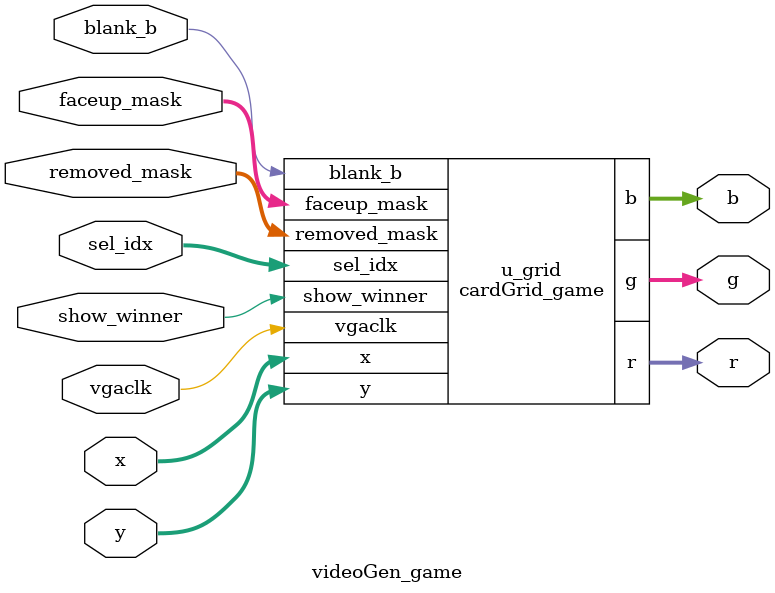
<source format=sv>
module cardGrid_game #(
    parameter int CARDS_X = 4,
    parameter int CARDS_Y = 4,
    parameter int SCR_W   = 640,
    parameter int SCR_H   = 480,
    parameter int MARGIN_L = 20,
    parameter int MARGIN_R = 20,
    parameter int MARGIN_T = 20,
    parameter int MARGIN_B = 20
)(
    input  logic       vgaclk,
    input  logic       blank_b,
    input  logic [9:0] x, y,

    input  logic [15:0] faceup_mask,    // de board_core
    input  logic [15:0] removed_mask,   // de board_core
    input  logic [3:0]  sel_idx,        // cursor actual (para highlight)
    input  logic        show_winner,    // overlay de fin de juego

    output logic [7:0] r, g, b
);
    // ===== Viewport / grid =====
    localparam int VP_X0 = MARGIN_L;
    localparam int VP_Y0 = MARGIN_T;
    localparam int VP_X1 = SCR_W - 1 - MARGIN_R;
    localparam int VP_Y1 = SCR_H - 1 - MARGIN_B;
    localparam int VP_W  = VP_X1 - VP_X0 + 1;
    localparam int VP_H  = VP_Y1 - VP_Y0 + 1;

    localparam int W = VP_W / CARDS_X;
    localparam int H = VP_H / CARDS_Y;
    localparam int GX0 = VP_X0;
    localparam int GY0 = VP_Y0;
    localparam int GX1 = GX0 + (W*CARDS_X) - 1;
    localparam int GY1 = GY0 + (H*CARDS_Y) - 1;

    localparam int BORDER = 3;

    // Colores base
    localparam [7:0] BG_R = 8'd10,  BG_G = 8'd50,  BG_B = 8'd15;
    localparam [7:0] GM_R = 8'd32,  GM_G = 8'd32,  GM_B = 8'd32;
    localparam [7:0] BD_R = 8'd240, BD_G = 8'd240, BD_B = 8'd240;
    localparam [7:0] BK_R = 8'd20,  BK_G = 8'd80,  BK_B = 8'd20;
    localparam [7:0] RM_R = 8'd28,  RM_G = 8'd28,  RM_B = 8'd28;
    localparam [7:0] HL_R = 8'd255, HL_G = 8'd255, HL_B = 8'd60;

    // --------- Regiónes básicas ---------
    logic in_vp, in_grid;
    always_comb begin
        in_vp   = (x >= VP_X0) && (x <= VP_X1) && (y >= VP_Y0) && (y <= VP_Y1);
        in_grid = (x >= GX0)   && (x <= GX1)   && (y >= GY0)   && (y <= GY1);
    end

    // --------- Selección de carta (índice) ---------
    integer relx, rely;
    integer cell_x, cell_y;
    logic   [3:0] card_ix;
    always_comb begin
        relx    = x - GX0;
        rely    = y - GY0;
        cell_x  = relx / W;
        cell_y  = rely / H;
        card_ix = cell_y * CARDS_X + cell_x; // 0..15
    end

    // --------- Bounds locales ---------
    integer x0, y0, ux, uy;
    logic in_card, in_border;
    always_comb begin
        x0 = GX0 + cell_x * W;
        y0 = GY0 + cell_y * H;
        ux = x - x0;
        uy = y - y0;
        in_card   = in_grid && (ux >= 0) && (ux < W) && (uy >= 0) && (uy < H);
        in_border = in_card && ((ux < BORDER) || (ux >= W-BORDER) || (uy < BORDER) || (uy >= H-BORDER));
    end

    // --------- Estado de carta ---------
    logic is_face, is_removed, is_hidden;
    always_comb begin
        is_face    = faceup_mask[card_ix];
        is_removed = removed_mask[card_ix];
        is_hidden  = ~(is_face | is_removed);
    end

    // --------- Símbolo (ROM 0..7 repetida) ---------
    logic [3:0] sym;
    always_comb sym = (card_ix < 8) ? card_ix : (card_ix - 8);

    logic [1:0] sym_sel;
    logic [7:0] col_r, col_g, col_b;
    always_comb begin
        sym_sel = sym[1:0];
        unique case (sym)
          4'd0: begin col_r=8'd200; col_g=8'd120; col_b=8'd20;  end
          4'd1: begin col_r=8'd40;  col_g=8'd200; col_b=8'd160; end
          4'd2: begin col_r=8'd180; col_g=8'd60;  col_b=8'd200; end
          4'd3: begin col_r=8'd230; col_g=8'd210; col_b=8'd40;  end
          4'd4: begin col_r=8'd80;  col_g=8'd230; col_b=8'd80;  end
          4'd5: begin col_r=8'd60;  col_g=8'd120; col_b=8'd240; end
          4'd6: begin col_r=8'd240; col_g=8'd120; col_b=8'd60;  end
          default: begin col_r=8'd180; col_g=8'd180; col_b=8'd210; end
        endcase
    end

    // --------- Geometría local y dibujo símbolo ---------
    integer lcx, lcy, dx, dy, adx, ady;
    always_comb begin
        lcx = W/2; lcy = H/2;
        dx  = ux - lcx;
        dy  = uy - lcy;
        adx = (dx < 0) ? -dx : dx;
        ady = (dy < 0) ? -dy : dy;
    end

    localparam int R  = (H < W ? H : W) / 3;
    localparam int TH = 6;
    integer d2_tmp, man_tmp, d1abs_tmp, d2abs_tmp;
    logic draw_symbol;
    always_comb begin
        draw_symbol = 1'b0;
        d2_tmp    = dx*dx + dy*dy;
        man_tmp   = adx + ady;
        d1abs_tmp = dx - dy; if (d1abs_tmp < 0) d1abs_tmp = -d1abs_tmp;
        d2abs_tmp = dx + dy; if (d2abs_tmp < 0) d2abs_tmp = -d2abs_tmp;

        if (in_card && (is_face || is_removed)) begin
            unique case (sym_sel)
              2'd0: if ((d2_tmp <= (R*R)) && (d2_tmp >= (R-TH)*(R-TH))) draw_symbol = 1'b1;
              2'd1: if ((man_tmp >= (R-TH)) && (man_tmp <= R))          draw_symbol = 1'b1;
              2'd2: if ((adx <= TH && ady <= R) || (ady <= TH && adx <= R)) draw_symbol = 1'b1;
              default: if ((d1abs_tmp <= TH) || (d2abs_tmp <= TH))      draw_symbol = 1'b1;
            endcase
        end
    end

    // --------- Highlight selección ---------
    logic sel_border;
    always_comb sel_border = in_card && (card_ix == sel_idx) && !is_removed &&
                             ((ux < BORDER+2) || (ux >= W-(BORDER+2)) || (uy < BORDER+2) || (uy >= H-(BORDER+2)));

    // --------- RGB OUT ---------
    always_ff @(posedge vgaclk) begin
        if (!blank_b) begin
            r <= 8'd0; g <= 8'd0; b <= 8'd0;
        end else if (!in_vp) begin
            r <= BG_R; g <= BG_G; b <= BG_B;
        end else if (!in_grid) begin
            r <= GM_R; g <= GM_G; b <= GM_B;
        end else if (is_removed) begin
            r <= RM_R; g <= RM_G; b <= RM_B;
        end else if (sel_border) begin
            r <= HL_R; g <= HL_G; b <= HL_B;
        end else if (in_border) begin
            r <= BD_R; g <= BD_G; b <= BD_B;
        end else if (is_hidden) begin
            r <= BK_R; g <= BK_G; b <= BK_B;
        end else if (draw_symbol) begin
            r <= col_r; g <= col_g; b <= col_b;
        end else begin
            r <= 8'd16; g <= 8'd60; b <= 8'd16;
        end

        // Overlay winner (usa MISMA in_vp ya definida arriba)
        if (show_winner && in_vp) begin
            r <= (r>>1) + 8'd80;
            g <= (g>>1) + 8'd10;
            b <= (b>>1) + 8'd10;
        end
    end
endmodule

module videoGen_game(
    input  logic       vgaclk,
    input  logic       blank_b,
    input  logic [9:0] x, y,
    input  logic [15:0] faceup_mask,
    input  logic [15:0] removed_mask,
    input  logic [3:0]  sel_idx,
    input  logic        show_winner,
    output logic [7:0]  r, g, b
);
    cardGrid_game u_grid (
        .vgaclk      (vgaclk),
        .blank_b     (blank_b),
        .x           (x),
        .y           (y),
        .faceup_mask (faceup_mask),
        .removed_mask(removed_mask),
        .sel_idx     (sel_idx),
        .show_winner (show_winner),
        .r           (r),
        .g           (g),
        .b           (b)
    );
endmodule

</source>
